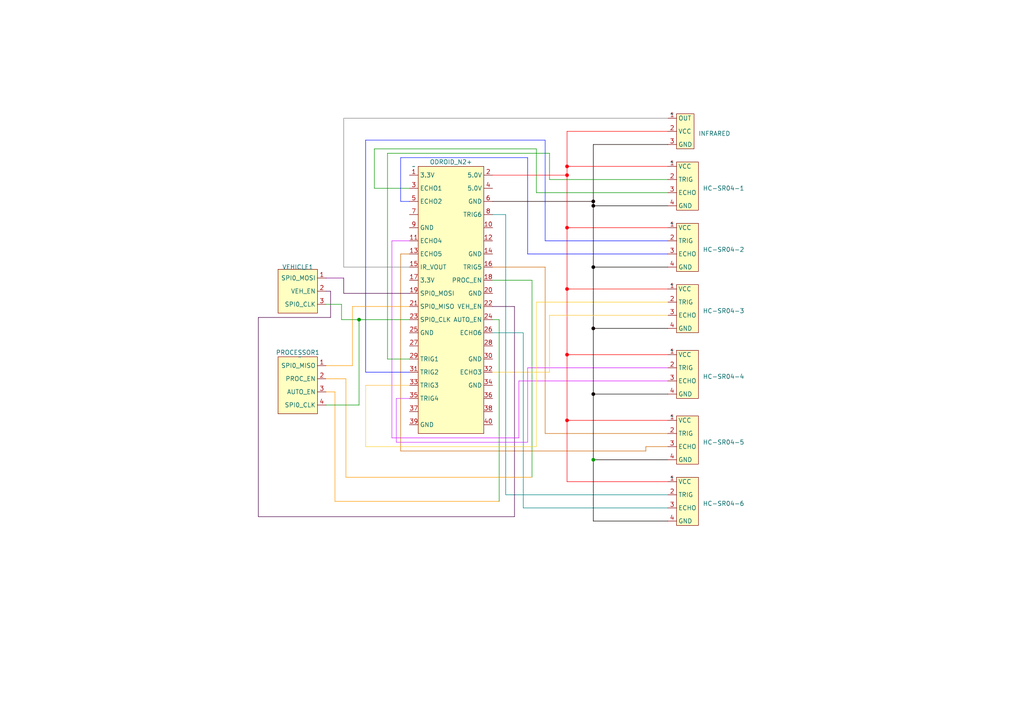
<source format=kicad_sch>
(kicad_sch (version 20230121) (generator eeschema)

  (uuid c90f675d-4afc-4229-a883-b298b033fd4a)

  (paper "A4")

  (lib_symbols
    (symbol "ICS_AVOIDANCE:HC-SR04" (in_bom yes) (on_board yes)
      (property "Reference" "U" (at 0 0 0)
        (effects (font (size 1.27 1.27)))
      )
      (property "Value" "" (at 0 0 0)
        (effects (font (size 1.27 1.27)))
      )
      (property "Footprint" "" (at 0 0 0)
        (effects (font (size 1.27 1.27)) hide)
      )
      (property "Datasheet" "" (at 0 0 0)
        (effects (font (size 1.27 1.27)) hide)
      )
      (symbol "HC-SR04_1_1"
        (rectangle (start 1.27 0) (end 7.62 -13.97)
          (stroke (width 0) (type default))
          (fill (type background))
        )
        (pin input line (at -1.27 -1.27 0) (length 2.54)
          (name "VCC" (effects (font (size 1.27 1.27))))
          (number "1" (effects (font (size 1.27 1.27))))
        )
        (pin input line (at -1.27 -5.08 0) (length 2.54)
          (name "TRIG" (effects (font (size 1.27 1.27))))
          (number "2" (effects (font (size 1.27 1.27))))
        )
        (pin input line (at -1.27 -8.89 0) (length 2.54)
          (name "ECHO" (effects (font (size 1.27 1.27))))
          (number "3" (effects (font (size 1.27 1.27))))
        )
        (pin input line (at -1.27 -12.7 0) (length 2.54)
          (name "GND" (effects (font (size 1.27 1.27))))
          (number "4" (effects (font (size 1.27 1.27))))
        )
      )
    )
    (symbol "ICS_AVOIDANCE:INFRARED" (in_bom yes) (on_board yes)
      (property "Reference" "U" (at 0 0 0)
        (effects (font (size 1.27 1.27)))
      )
      (property "Value" "" (at 0 0 0)
        (effects (font (size 1.27 1.27)))
      )
      (property "Footprint" "" (at 0 0 0)
        (effects (font (size 1.27 1.27)) hide)
      )
      (property "Datasheet" "" (at 0 0 0)
        (effects (font (size 1.27 1.27)) hide)
      )
      (symbol "INFRARED_1_1"
        (rectangle (start 1.27 0) (end 6.35 -10.16)
          (stroke (width 0) (type default))
          (fill (type background))
        )
        (pin input line (at -1.27 -1.27 0) (length 2.54)
          (name "OUT" (effects (font (size 1.27 1.27))))
          (number "1" (effects (font (size 1.27 1.27))))
        )
        (pin input line (at -1.27 -5.08 0) (length 2.54)
          (name "VCC" (effects (font (size 1.27 1.27))))
          (number "2" (effects (font (size 1.27 1.27))))
        )
        (pin input line (at -1.27 -8.89 0) (length 2.54)
          (name "GND" (effects (font (size 1.27 1.27))))
          (number "3" (effects (font (size 1.27 1.27))))
        )
      )
    )
    (symbol "ICS_AVOIDANCE:ODROID" (in_bom yes) (on_board yes)
      (property "Reference" "U" (at -10.16 -3.81 0)
        (effects (font (size 1.27 1.27)))
      )
      (property "Value" "" (at 0 0 0)
        (effects (font (size 1.27 1.27)))
      )
      (property "Footprint" "" (at 0 0 0)
        (effects (font (size 1.27 1.27)) hide)
      )
      (property "Datasheet" "" (at 0 0 0)
        (effects (font (size 1.27 1.27)) hide)
      )
      (symbol "ODROID_1_1"
        (rectangle (start 1.27 0) (end 20.32 -77.47)
          (stroke (width 0) (type default))
          (fill (type background))
        )
        (pin input line (at -1.27 -2.54 0) (length 2.54)
          (name "3.3V" (effects (font (size 1.27 1.27))))
          (number "1" (effects (font (size 1.27 1.27))))
        )
        (pin input line (at 22.86 -17.78 180) (length 2.54)
          (name "" (effects (font (size 1.27 1.27))))
          (number "10" (effects (font (size 1.27 1.27))))
        )
        (pin input line (at -1.27 -21.59 0) (length 2.54)
          (name "ECHO4" (effects (font (size 1.27 1.27))))
          (number "11" (effects (font (size 1.27 1.27))))
        )
        (pin input line (at 22.86 -21.59 180) (length 2.54)
          (name "" (effects (font (size 1.27 1.27))))
          (number "12" (effects (font (size 1.27 1.27))))
        )
        (pin input line (at -1.27 -25.4 0) (length 2.54)
          (name "ECHO5" (effects (font (size 1.27 1.27))))
          (number "13" (effects (font (size 1.27 1.27))))
        )
        (pin input line (at 22.86 -25.4 180) (length 2.54)
          (name "GND" (effects (font (size 1.27 1.27))))
          (number "14" (effects (font (size 1.27 1.27))))
        )
        (pin input line (at -1.27 -29.21 0) (length 2.54)
          (name "IR_VOUT" (effects (font (size 1.27 1.27))))
          (number "15" (effects (font (size 1.27 1.27))))
        )
        (pin input line (at 22.86 -29.21 180) (length 2.54)
          (name "TRIG5" (effects (font (size 1.27 1.27))))
          (number "16" (effects (font (size 1.27 1.27))))
        )
        (pin input line (at -1.27 -33.02 0) (length 2.54)
          (name "3.3V" (effects (font (size 1.27 1.27))))
          (number "17" (effects (font (size 1.27 1.27))))
        )
        (pin input line (at 22.86 -33.02 180) (length 2.54)
          (name "PROC_EN" (effects (font (size 1.27 1.27))))
          (number "18" (effects (font (size 1.27 1.27))))
        )
        (pin input line (at -1.27 -36.83 0) (length 2.54)
          (name "SPI0_MOSI" (effects (font (size 1.27 1.27))))
          (number "19" (effects (font (size 1.27 1.27))))
        )
        (pin input line (at 22.86 -2.54 180) (length 2.54)
          (name "5.0V" (effects (font (size 1.27 1.27))))
          (number "2" (effects (font (size 1.27 1.27))))
        )
        (pin input line (at 22.86 -36.83 180) (length 2.54)
          (name "GND" (effects (font (size 1.27 1.27))))
          (number "20" (effects (font (size 1.27 1.27))))
        )
        (pin input line (at -1.27 -40.64 0) (length 2.54)
          (name "SPI0_MISO" (effects (font (size 1.27 1.27))))
          (number "21" (effects (font (size 1.27 1.27))))
        )
        (pin input line (at 22.86 -40.64 180) (length 2.54)
          (name "VEH_EN" (effects (font (size 1.27 1.27))))
          (number "22" (effects (font (size 1.27 1.27))))
        )
        (pin input line (at -1.27 -44.45 0) (length 2.54)
          (name "SPI0_CLK" (effects (font (size 1.27 1.27))))
          (number "23" (effects (font (size 1.27 1.27))))
        )
        (pin input line (at 22.86 -44.45 180) (length 2.54)
          (name "AUTO_EN" (effects (font (size 1.27 1.27))))
          (number "24" (effects (font (size 1.27 1.27))))
        )
        (pin input line (at -1.27 -48.26 0) (length 2.54)
          (name "GND" (effects (font (size 1.27 1.27))))
          (number "25" (effects (font (size 1.27 1.27))))
        )
        (pin input line (at 22.86 -48.26 180) (length 2.54)
          (name "ECHO6" (effects (font (size 1.27 1.27))))
          (number "26" (effects (font (size 1.27 1.27))))
        )
        (pin input line (at -1.27 -52.07 0) (length 2.54)
          (name "" (effects (font (size 1.27 1.27))))
          (number "27" (effects (font (size 1.27 1.27))))
        )
        (pin input line (at 22.86 -52.07 180) (length 2.54)
          (name "" (effects (font (size 1.27 1.27))))
          (number "28" (effects (font (size 1.27 1.27))))
        )
        (pin input line (at -1.27 -55.88 0) (length 2.54)
          (name "TRIG1" (effects (font (size 1.27 1.27))))
          (number "29" (effects (font (size 1.27 1.27))))
        )
        (pin input line (at -1.27 -6.35 0) (length 2.54)
          (name "ECHO1" (effects (font (size 1.27 1.27))))
          (number "3" (effects (font (size 1.27 1.27))))
        )
        (pin input line (at 22.86 -55.88 180) (length 2.54)
          (name "GND" (effects (font (size 1.27 1.27))))
          (number "30" (effects (font (size 1.27 1.27))))
        )
        (pin input line (at -1.27 -59.69 0) (length 2.54)
          (name "TRIG2" (effects (font (size 1.27 1.27))))
          (number "31" (effects (font (size 1.27 1.27))))
        )
        (pin input line (at 22.86 -59.69 180) (length 2.54)
          (name "ECHO3" (effects (font (size 1.27 1.27))))
          (number "32" (effects (font (size 1.27 1.27))))
        )
        (pin input line (at -1.27 -63.5 0) (length 2.54)
          (name "TRIG3" (effects (font (size 1.27 1.27))))
          (number "33" (effects (font (size 1.27 1.27))))
        )
        (pin input line (at 22.86 -63.5 180) (length 2.54)
          (name "GND" (effects (font (size 1.27 1.27))))
          (number "34" (effects (font (size 1.27 1.27))))
        )
        (pin input line (at -1.27 -67.31 0) (length 2.54)
          (name "TRIG4" (effects (font (size 1.27 1.27))))
          (number "35" (effects (font (size 1.27 1.27))))
        )
        (pin input line (at 22.86 -67.31 180) (length 2.54)
          (name "" (effects (font (size 1.27 1.27))))
          (number "36" (effects (font (size 1.27 1.27))))
        )
        (pin input line (at -1.27 -71.12 0) (length 2.54)
          (name "" (effects (font (size 1.27 1.27))))
          (number "37" (effects (font (size 1.27 1.27))))
        )
        (pin input line (at 22.86 -71.12 180) (length 2.54)
          (name "" (effects (font (size 1.27 1.27))))
          (number "38" (effects (font (size 1.27 1.27))))
        )
        (pin input line (at -1.27 -74.93 0) (length 2.54)
          (name "GND" (effects (font (size 1.27 1.27))))
          (number "39" (effects (font (size 1.27 1.27))))
        )
        (pin input line (at 22.86 -6.35 180) (length 2.54)
          (name "5.0V" (effects (font (size 1.27 1.27))))
          (number "4" (effects (font (size 1.27 1.27))))
        )
        (pin input line (at 22.86 -74.93 180) (length 2.54)
          (name "" (effects (font (size 1.27 1.27))))
          (number "40" (effects (font (size 1.27 1.27))))
        )
        (pin input line (at -1.27 -10.16 0) (length 2.54)
          (name "ECHO2" (effects (font (size 1.27 1.27))))
          (number "5" (effects (font (size 1.27 1.27))))
        )
        (pin input line (at 22.86 -10.16 180) (length 2.54)
          (name "GND" (effects (font (size 1.27 1.27))))
          (number "6" (effects (font (size 1.27 1.27))))
        )
        (pin input line (at -1.27 -13.97 0) (length 2.54)
          (name "" (effects (font (size 1.27 1.27))))
          (number "7" (effects (font (size 1.27 1.27))))
        )
        (pin input line (at 22.86 -13.97 180) (length 2.54)
          (name "TRIG6" (effects (font (size 1.27 1.27))))
          (number "8" (effects (font (size 1.27 1.27))))
        )
        (pin input line (at -1.27 -17.78 0) (length 2.54)
          (name "GND" (effects (font (size 1.27 1.27))))
          (number "9" (effects (font (size 1.27 1.27))))
        )
      )
    )
    (symbol "ICS_AVOIDANCE:PROCESSOR" (in_bom yes) (on_board yes)
      (property "Reference" "PROCESSOR" (at 0 1.27 0)
        (effects (font (size 1.27 1.27)))
      )
      (property "Value" "" (at 0 0 0)
        (effects (font (size 1.27 1.27)))
      )
      (property "Footprint" "" (at 0 0 0)
        (effects (font (size 1.27 1.27)) hide)
      )
      (property "Datasheet" "" (at 0 0 0)
        (effects (font (size 1.27 1.27)) hide)
      )
      (symbol "PROCESSOR_1_1"
        (rectangle (start -6.35 0) (end 5.08 -16.51)
          (stroke (width 0) (type default))
          (fill (type background))
        )
        (pin input line (at 7.62 -2.54 180) (length 2.54)
          (name "SPI0_MISO" (effects (font (size 1.27 1.27))))
          (number "1" (effects (font (size 1.27 1.27))))
        )
        (pin input line (at 7.62 -6.35 180) (length 2.54)
          (name "PROC_EN" (effects (font (size 1.27 1.27))))
          (number "2" (effects (font (size 1.27 1.27))))
        )
        (pin input line (at 7.62 -10.16 180) (length 2.54)
          (name "AUTO_EN" (effects (font (size 1.27 1.27))))
          (number "3" (effects (font (size 1.27 1.27))))
        )
        (pin input line (at 7.62 -13.97 180) (length 2.54)
          (name "SPI0_CLK" (effects (font (size 1.27 1.27))))
          (number "4" (effects (font (size 1.27 1.27))))
        )
      )
    )
    (symbol "ICS_AVOIDANCE:VEHICLE" (in_bom yes) (on_board yes)
      (property "Reference" "VEHICLE" (at -1.27 2.54 0)
        (effects (font (size 1.27 1.27)))
      )
      (property "Value" "" (at 0 0 0)
        (effects (font (size 1.27 1.27)))
      )
      (property "Footprint" "" (at 0 0 0)
        (effects (font (size 1.27 1.27)) hide)
      )
      (property "Datasheet" "" (at 0 0 0)
        (effects (font (size 1.27 1.27)) hide)
      )
      (symbol "VEHICLE_1_1"
        (rectangle (start -7.62 0) (end 3.81 -12.7)
          (stroke (width 0) (type default))
          (fill (type background))
        )
        (pin input line (at 6.35 -2.54 180) (length 2.54)
          (name "SPI0_MOSI" (effects (font (size 1.27 1.27))))
          (number "1" (effects (font (size 1.27 1.27))))
        )
        (pin input line (at 6.35 -6.35 180) (length 2.54)
          (name "VEH_EN" (effects (font (size 1.27 1.27))))
          (number "2" (effects (font (size 1.27 1.27))))
        )
        (pin input line (at 6.35 -10.16 180) (length 2.54)
          (name "SPI0_CLK" (effects (font (size 1.27 1.27))))
          (number "3" (effects (font (size 1.27 1.27))))
        )
      )
    )
  )

  (junction (at 164.465 102.87) (diameter 0) (color 255 0 11 1)
    (uuid 02406cd6-870d-4453-bc85-3b37e2e2f499)
  )
  (junction (at 172.085 133.35) (diameter 0) (color 0 0 0 0)
    (uuid 0c88a6cb-4a78-4282-8129-1240cf00bac4)
  )
  (junction (at 164.465 83.82) (diameter 0) (color 255 0 11 1)
    (uuid 18fae8ca-f868-44fc-b1c7-dea758eb4129)
  )
  (junction (at 164.465 48.26) (diameter 0) (color 255 0 11 1)
    (uuid 2ef7fcbb-6287-4b29-a3e2-07e78ca2a624)
  )
  (junction (at 172.085 95.25) (diameter 0) (color 10 0 0 1)
    (uuid 4fcd1062-07d5-4cfa-8cb6-cf3137d8f182)
  )
  (junction (at 172.085 77.47) (diameter 0) (color 2 0 0 1)
    (uuid 5c333c43-17de-437c-907d-181128d82d92)
  )
  (junction (at 164.465 50.8) (diameter 0) (color 255 0 11 1)
    (uuid 62cc81d4-d94a-4ba4-bf79-3bfe869899d1)
  )
  (junction (at 172.085 58.42) (diameter 0) (color 12 0 0 1)
    (uuid 63c05069-8901-4e5f-b5c7-a10db466bbdf)
  )
  (junction (at 164.465 121.92) (diameter 0) (color 255 0 11 1)
    (uuid 9b0cf5bc-fc4d-4f2d-8381-f5749e334959)
  )
  (junction (at 104.14 92.71) (diameter 0) (color 0 0 0 0)
    (uuid a5926540-4660-4a5c-94ef-0a65138a7709)
  )
  (junction (at 172.085 59.69) (diameter 0) (color 8 0 0 1)
    (uuid af1f7e67-3041-480a-bb0a-df6ae2d40b18)
  )
  (junction (at 164.465 66.04) (diameter 0) (color 255 0 11 1)
    (uuid c191f76f-44f0-4df7-ba6b-5aa955a3ffb8)
  )
  (junction (at 172.085 114.3) (diameter 0) (color 10 0 0 1)
    (uuid e14f5bf1-f0e0-4321-9c32-884ce7b722bc)
  )

  (wire (pts (xy 118.745 92.71) (xy 104.14 92.71))
    (stroke (width 0) (type default))
    (uuid 00dcad8d-254a-44ea-9c0f-72426e15c3dc)
  )
  (wire (pts (xy 172.085 59.69) (xy 193.675 59.69))
    (stroke (width 0) (type default) (color 6 0 0 1))
    (uuid 0305f579-c56f-4b4e-820e-84a5c4ee64cf)
  )
  (wire (pts (xy 108.585 54.61) (xy 108.585 43.18))
    (stroke (width 0) (type default))
    (uuid 032a293d-91da-4686-be0a-9f39bef0aba9)
  )
  (wire (pts (xy 153.035 45.72) (xy 153.035 73.66))
    (stroke (width 0) (type default) (color 14 11 255 1))
    (uuid 05d3fc91-ab66-4690-b1a6-847cda91b40f)
  )
  (wire (pts (xy 94.615 117.475) (xy 104.14 117.475))
    (stroke (width 0) (type default))
    (uuid 0bc107a9-7c36-4e52-a698-a2a4d08977ee)
  )
  (wire (pts (xy 95.885 92.075) (xy 74.93 92.075))
    (stroke (width 0) (type default) (color 72 0 72 1))
    (uuid 0fa5463e-70fa-437b-acb8-702f31dbfb7e)
  )
  (wire (pts (xy 114.935 115.57) (xy 114.935 128.27))
    (stroke (width 0) (type default) (color 206 52 255 1))
    (uuid 0fc85b09-3af1-403d-8002-75b9a0461d12)
  )
  (wire (pts (xy 187.325 130.81) (xy 187.325 129.54))
    (stroke (width 0) (type default) (color 204 102 0 1))
    (uuid 101b116b-958a-46c4-a20c-2aa21e60a71e)
  )
  (wire (pts (xy 149.225 149.86) (xy 149.225 88.9))
    (stroke (width 0) (type default) (color 72 0 72 1))
    (uuid 128ed869-8f9f-4970-9141-5e68712b5349)
  )
  (wire (pts (xy 172.085 58.42) (xy 172.085 59.69))
    (stroke (width 0) (type default) (color 14 0 0 1))
    (uuid 1461939f-b87e-4170-9f30-848f1e1fd33f)
  )
  (wire (pts (xy 118.745 107.95) (xy 106.045 107.95))
    (stroke (width 0) (type default) (color 8 17 255 1))
    (uuid 1897ca37-6448-4c67-bdeb-1518eb2b4686)
  )
  (wire (pts (xy 172.085 77.47) (xy 172.085 95.25))
    (stroke (width 0) (type default) (color 2 0 0 1))
    (uuid 2154118b-4626-4408-9463-39904800f3f2)
  )
  (wire (pts (xy 164.465 66.04) (xy 164.465 50.8))
    (stroke (width 0) (type default) (color 255 0 11 1))
    (uuid 226314a5-51dc-442a-86e6-e751c8a1ddd5)
  )
  (wire (pts (xy 74.93 149.86) (xy 149.225 149.86))
    (stroke (width 0) (type default) (color 72 0 72 1))
    (uuid 2432ca9e-ce55-44a5-8e45-7e6b42c3d352)
  )
  (wire (pts (xy 172.085 133.35) (xy 172.085 151.13))
    (stroke (width 0) (type default) (color 6 0 0 1))
    (uuid 27a12d4f-e271-4ad4-bb0f-be20adbe7ec5)
  )
  (wire (pts (xy 155.575 87.63) (xy 193.675 87.63))
    (stroke (width 0) (type default) (color 255 202 25 1))
    (uuid 28345d00-da9a-4e00-963c-0cf8753d3f4b)
  )
  (wire (pts (xy 149.225 88.9) (xy 142.875 88.9))
    (stroke (width 0) (type default) (color 72 0 72 1))
    (uuid 28ade567-966e-4d8a-b57f-f3acafdfd133)
  )
  (wire (pts (xy 193.675 121.92) (xy 164.465 121.92))
    (stroke (width 0) (type default) (color 255 4 6 1))
    (uuid 295c6c97-bc07-4cf9-aaf8-518c92aaa6dd)
  )
  (wire (pts (xy 142.875 77.47) (xy 158.115 77.47))
    (stroke (width 0) (type default) (color 204 102 0 1))
    (uuid 29663c68-7d3e-4f26-bbc2-1392ae269f46)
  )
  (wire (pts (xy 99.06 92.71) (xy 99.06 88.265))
    (stroke (width 0) (type default))
    (uuid 2a5c9dc1-b142-4557-8cc1-41ebb9cbcb24)
  )
  (wire (pts (xy 164.465 121.92) (xy 164.465 102.87))
    (stroke (width 0) (type default) (color 255 0 11 1))
    (uuid 326c658b-3b2c-467f-8cb6-cdc33b581b48)
  )
  (wire (pts (xy 94.615 113.665) (xy 97.155 113.665))
    (stroke (width 0) (type default) (color 255 153 0 1))
    (uuid 3b906259-4d59-482c-9619-5d2a00ecebc3)
  )
  (wire (pts (xy 113.665 127) (xy 150.495 127))
    (stroke (width 0) (type default) (color 212 17 255 1))
    (uuid 3c2c8412-e82e-4866-9125-33c17a314ef9)
  )
  (wire (pts (xy 106.045 129.54) (xy 155.575 129.54))
    (stroke (width 0) (type default) (color 255 209 49 1))
    (uuid 3e457a2d-3fc7-4175-b75c-3c2c4b8e0690)
  )
  (wire (pts (xy 116.205 58.42) (xy 116.205 45.72))
    (stroke (width 0) (type default) (color 16 30 255 1))
    (uuid 40ffe13a-3fb3-426c-8aa6-48f9917952fc)
  )
  (wire (pts (xy 108.585 43.18) (xy 155.575 43.18))
    (stroke (width 0) (type default))
    (uuid 41fcab9a-8a74-44ae-ad2e-e05475a9849f)
  )
  (wire (pts (xy 155.575 129.54) (xy 155.575 87.63))
    (stroke (width 0) (type default) (color 255 213 55 1))
    (uuid 445aba13-bad6-4182-b9e5-58c019bac32a)
  )
  (wire (pts (xy 106.045 111.76) (xy 118.745 111.76))
    (stroke (width 0) (type default) (color 255 190 64 1))
    (uuid 44e6a44e-9679-4033-b5f1-e45f8b31adbf)
  )
  (wire (pts (xy 164.465 83.82) (xy 164.465 66.04))
    (stroke (width 0) (type default) (color 255 0 11 1))
    (uuid 45e2f1a9-57d6-4b07-84e5-9b5d81994793)
  )
  (wire (pts (xy 118.745 58.42) (xy 116.205 58.42))
    (stroke (width 0) (type default) (color 10 29 255 1))
    (uuid 46fd6e30-e53d-4575-81b4-64e6f6807b37)
  )
  (wire (pts (xy 142.875 62.23) (xy 146.685 62.23))
    (stroke (width 0) (type default) (color 0 132 132 1))
    (uuid 481598bd-bc9e-41a9-b321-48a072a6b3d2)
  )
  (wire (pts (xy 144.78 145.415) (xy 144.78 92.71))
    (stroke (width 0) (type default))
    (uuid 4ba9ecfa-8e3f-4ad4-92b2-91c3a0d02e47)
  )
  (wire (pts (xy 164.465 48.26) (xy 193.675 48.26))
    (stroke (width 0) (type default) (color 255 6 4 1))
    (uuid 4bb1fdc7-870b-4ab3-bfe1-8595a191a515)
  )
  (wire (pts (xy 142.875 92.71) (xy 144.78 92.71))
    (stroke (width 0) (type default))
    (uuid 4c01a062-29d7-495b-a677-a688353bb12b)
  )
  (wire (pts (xy 153.035 106.68) (xy 153.035 128.27))
    (stroke (width 0) (type default) (color 216 33 255 1))
    (uuid 4f45b380-40c2-405b-9821-412bc704736b)
  )
  (wire (pts (xy 151.765 96.52) (xy 142.875 96.52))
    (stroke (width 0) (type default) (color 0 132 132 1))
    (uuid 503385c2-ab3a-48b6-af61-e3c00239461a)
  )
  (wire (pts (xy 95.885 84.455) (xy 95.885 92.075))
    (stroke (width 0) (type default) (color 72 0 72 1))
    (uuid 50ff3073-6815-4218-9f8d-12b1f98847ac)
  )
  (wire (pts (xy 116.205 45.72) (xy 153.035 45.72))
    (stroke (width 0) (type default) (color 10 39 255 1))
    (uuid 51436c0f-5276-4213-a541-7aeb665dfa8b)
  )
  (wire (pts (xy 155.575 43.18) (xy 155.575 55.88))
    (stroke (width 0) (type default))
    (uuid 51e14cc7-e54b-4376-a57f-d483403fa0a3)
  )
  (wire (pts (xy 172.085 114.3) (xy 172.085 133.35))
    (stroke (width 0) (type default) (color 8 0 0 1))
    (uuid 527a25e1-fba3-42e4-b867-0d181304980c)
  )
  (wire (pts (xy 159.385 52.07) (xy 193.675 52.07))
    (stroke (width 0) (type default))
    (uuid 5305a956-b15d-4187-a383-a5c666b61d36)
  )
  (wire (pts (xy 97.155 145.415) (xy 144.78 145.415))
    (stroke (width 0) (type default) (color 255 153 0 1))
    (uuid 535d2cd1-5b24-4101-a4eb-e6e5e7226471)
  )
  (wire (pts (xy 114.935 128.27) (xy 153.035 128.27))
    (stroke (width 0) (type default) (color 206 41 255 1))
    (uuid 564b9034-db06-4513-9a14-0acabc0d6517)
  )
  (wire (pts (xy 116.205 73.66) (xy 116.205 130.81))
    (stroke (width 0) (type default) (color 204 102 0 1))
    (uuid 5b8b0ffb-fe70-432d-8492-cbcf32eeb8e7)
  )
  (wire (pts (xy 150.495 110.49) (xy 193.675 110.49))
    (stroke (width 0) (type default) (color 221 15 255 1))
    (uuid 5ced9cdf-2db6-416d-b614-46bcb825180a)
  )
  (wire (pts (xy 154.305 81.28) (xy 142.875 81.28))
    (stroke (width 0) (type default))
    (uuid 5d1bf54c-b421-4fdc-83e5-f84ccefb0d7b)
  )
  (wire (pts (xy 164.465 38.1) (xy 164.465 48.26))
    (stroke (width 0) (type default) (color 255 0 11 1))
    (uuid 5ff5bc3a-d792-49b4-9c99-b2372d219dd8)
  )
  (wire (pts (xy 106.045 107.95) (xy 106.045 40.64))
    (stroke (width 0) (type default) (color 9 12 255 1))
    (uuid 61dd91d9-3ef2-4a3b-aad1-edf078a57521)
  )
  (wire (pts (xy 158.115 40.64) (xy 158.115 69.85))
    (stroke (width 0) (type default) (color 8 37 255 1))
    (uuid 6726d563-6f45-42ae-8092-b70194d5afde)
  )
  (wire (pts (xy 151.765 147.32) (xy 151.765 96.52))
    (stroke (width 0) (type default) (color 0 132 132 1))
    (uuid 6f7688da-bbff-4c60-83f4-695b4c283cac)
  )
  (wire (pts (xy 94.615 84.455) (xy 95.885 84.455))
    (stroke (width 0) (type default) (color 72 0 72 1))
    (uuid 71bb5f47-6627-4efc-ba3f-bc06b55e4a04)
  )
  (wire (pts (xy 193.675 102.87) (xy 164.465 102.87))
    (stroke (width 0) (type default) (color 255 0 0 1))
    (uuid 741bfb0e-40ac-4c51-8a56-71bb26dfcc3f)
  )
  (wire (pts (xy 97.155 113.665) (xy 97.155 145.415))
    (stroke (width 0) (type default) (color 255 153 0 1))
    (uuid 75d75587-9916-43c2-aba8-8809d8eae421)
  )
  (wire (pts (xy 158.115 77.47) (xy 158.115 125.73))
    (stroke (width 0) (type default) (color 204 102 0 1))
    (uuid 75fad402-c5f2-4ca5-878a-f474d7af9288)
  )
  (wire (pts (xy 150.495 110.49) (xy 150.495 127))
    (stroke (width 0) (type default) (color 230 25 255 1))
    (uuid 7610313b-e5aa-4c70-8471-3484458e994f)
  )
  (wire (pts (xy 164.465 102.87) (xy 164.465 83.82))
    (stroke (width 0) (type default) (color 255 0 11 1))
    (uuid 779c1eb1-b392-43ea-ab1c-62aac63d2994)
  )
  (wire (pts (xy 172.085 77.47) (xy 193.675 77.47))
    (stroke (width 0) (type default) (color 12 0 0 1))
    (uuid 78bb4d0f-195d-4dd7-b2b4-b85ab9f06e0c)
  )
  (wire (pts (xy 164.465 50.8) (xy 164.465 48.26))
    (stroke (width 0) (type default) (color 255 0 11 1))
    (uuid 79a40cd1-cc21-48ec-a1b2-e4ca939d3f6a)
  )
  (wire (pts (xy 193.675 83.82) (xy 164.465 83.82))
    (stroke (width 0) (type default) (color 255 19 8 1))
    (uuid 7b814843-5aeb-43bb-bf55-dec9e3971f87)
  )
  (wire (pts (xy 113.665 69.85) (xy 113.665 127))
    (stroke (width 0) (type default) (color 216 33 255 1))
    (uuid 7dc07aa9-caf9-4da2-b13d-9084298e8679)
  )
  (wire (pts (xy 112.395 44.45) (xy 159.385 44.45))
    (stroke (width 0) (type default))
    (uuid 7f74763c-d323-4495-88ca-30950bc2d48f)
  )
  (wire (pts (xy 74.93 92.075) (xy 74.93 149.86))
    (stroke (width 0) (type default) (color 72 0 72 1))
    (uuid 8369b05a-9e47-4b68-8e01-c7b9a9c63d76)
  )
  (wire (pts (xy 118.745 88.9) (xy 102.235 88.9))
    (stroke (width 0) (type default) (color 255 153 0 1))
    (uuid 8407bcf7-02e3-4e6e-98fd-bc51f1f2fda3)
  )
  (wire (pts (xy 142.875 107.95) (xy 159.385 107.95))
    (stroke (width 0) (type default) (color 255 200 58 1))
    (uuid 86c2dbc6-88c6-4e57-bf69-10def53c07e3)
  )
  (wire (pts (xy 94.615 109.855) (xy 100.33 109.855))
    (stroke (width 0) (type default) (color 255 153 0 1))
    (uuid 8a0879eb-f19d-45b9-b56c-17508c0a4b94)
  )
  (wire (pts (xy 153.035 106.68) (xy 193.675 106.68))
    (stroke (width 0) (type default) (color 211 15 255 1))
    (uuid 90f0be2b-a1c6-44ea-bd67-b3eb1516c944)
  )
  (wire (pts (xy 164.465 139.7) (xy 164.465 121.92))
    (stroke (width 0) (type default) (color 255 0 11 1))
    (uuid 91087415-8165-4e6b-a9bd-e51cbe628642)
  )
  (wire (pts (xy 99.695 85.09) (xy 118.745 85.09))
    (stroke (width 0) (type default) (color 72 0 72 1))
    (uuid 94e9b0cc-37b7-493e-a5ae-b5db37ca397b)
  )
  (wire (pts (xy 118.745 115.57) (xy 114.935 115.57))
    (stroke (width 0) (type default) (color 208 49 255 1))
    (uuid 97224e5f-7c1f-45e1-8fa8-bfa8720c9669)
  )
  (wire (pts (xy 142.875 58.42) (xy 172.085 58.42))
    (stroke (width 0) (type default) (color 36 0 0 1))
    (uuid 984ebfee-fa10-4dd6-b038-b5dea476efbb)
  )
  (wire (pts (xy 102.235 106.045) (xy 94.615 106.045))
    (stroke (width 0) (type default) (color 255 153 0 1))
    (uuid 9d1efacb-e2ce-4e61-88c7-4b55731fc32d)
  )
  (wire (pts (xy 146.685 143.51) (xy 193.675 143.51))
    (stroke (width 0) (type default) (color 0 132 132 1))
    (uuid 9dd41959-b50d-45f4-8717-a9cfde11c4f0)
  )
  (wire (pts (xy 94.615 80.645) (xy 99.695 80.645))
    (stroke (width 0) (type default) (color 132 0 132 1))
    (uuid 9e018770-48fe-4061-83a8-4f016c6a6798)
  )
  (wire (pts (xy 187.325 129.54) (xy 193.675 129.54))
    (stroke (width 0) (type default) (color 204 102 0 1))
    (uuid a38b7701-9914-4faf-82a6-d2c3af9130dd)
  )
  (wire (pts (xy 172.085 95.25) (xy 172.085 114.3))
    (stroke (width 0) (type default) (color 4 0 0 1))
    (uuid a40d3123-620f-47a3-a7b8-ede3908f58aa)
  )
  (wire (pts (xy 172.085 41.91) (xy 193.675 41.91))
    (stroke (width 0) (type default) (color 20 0 0 1))
    (uuid a43db304-6045-4384-8177-29339aba3a29)
  )
  (wire (pts (xy 106.045 40.64) (xy 158.115 40.64))
    (stroke (width 0) (type default) (color 12 21 255 1))
    (uuid a4b5ef77-382c-4048-8f1e-03037aa11b72)
  )
  (wire (pts (xy 146.685 62.23) (xy 146.685 143.51))
    (stroke (width 0) (type default) (color 0 132 132 1))
    (uuid a67a25a2-848f-4e15-bafd-cd16af773b10)
  )
  (wire (pts (xy 100.33 109.855) (xy 100.33 138.43))
    (stroke (width 0) (type default) (color 255 153 0 1))
    (uuid b4cc8ae0-6111-42db-80a5-260b38732d8d)
  )
  (wire (pts (xy 193.675 38.1) (xy 164.465 38.1))
    (stroke (width 0) (type default) (color 255 8 2 1))
    (uuid b72f8268-b99c-450c-b2a7-7e20ebb7a1b1)
  )
  (wire (pts (xy 172.085 95.25) (xy 193.675 95.25))
    (stroke (width 0) (type default) (color 6 0 0 1))
    (uuid ba65adf2-7561-4edb-b344-15f1ba2a4689)
  )
  (wire (pts (xy 153.035 73.66) (xy 193.675 73.66))
    (stroke (width 0) (type default) (color 9 9 255 1))
    (uuid baf601e9-fefb-4fa8-a14a-0358ebcd69c1)
  )
  (wire (pts (xy 112.395 104.14) (xy 112.395 44.45))
    (stroke (width 0) (type default))
    (uuid bea4b857-dc88-4aad-a08e-8bb844b042c8)
  )
  (wire (pts (xy 118.745 54.61) (xy 108.585 54.61))
    (stroke (width 0) (type default))
    (uuid beebfab3-ae6f-4040-bea0-79442db987ba)
  )
  (wire (pts (xy 106.045 111.76) (xy 106.045 129.54))
    (stroke (width 0) (type default) (color 255 206 54 1))
    (uuid c1c55da8-32dd-4998-9879-03b6b7082ebf)
  )
  (wire (pts (xy 154.305 138.43) (xy 154.305 81.28))
    (stroke (width 0) (type default))
    (uuid c289f3ea-ccc0-4f59-8c0c-8e39ecd14f1f)
  )
  (wire (pts (xy 142.875 50.8) (xy 164.465 50.8))
    (stroke (width 0) (type default) (color 255 14 20 1))
    (uuid c3487dd4-ab0b-4d02-b03f-e91e9594a594)
  )
  (wire (pts (xy 116.205 130.81) (xy 187.325 130.81))
    (stroke (width 0) (type default) (color 204 102 0 1))
    (uuid c3f97af3-2a79-4f71-91db-849bc7b608a6)
  )
  (wire (pts (xy 172.085 58.42) (xy 172.085 41.91))
    (stroke (width 0) (type default) (color 16 0 0 1))
    (uuid c4e82e7c-ee82-4975-92ab-834ebc665ec4)
  )
  (wire (pts (xy 193.675 139.7) (xy 164.465 139.7))
    (stroke (width 0) (type default) (color 255 2 6 1))
    (uuid c8bdc1b9-dcc4-430a-8ca1-9f0be49136fa)
  )
  (wire (pts (xy 118.745 73.66) (xy 116.205 73.66))
    (stroke (width 0) (type default) (color 204 102 0 1))
    (uuid c9533888-89a6-4427-997a-9c952f67718b)
  )
  (wire (pts (xy 118.745 104.14) (xy 112.395 104.14))
    (stroke (width 0) (type default))
    (uuid ca2e2db1-549d-4a8f-b878-55a4147dd2e5)
  )
  (wire (pts (xy 158.115 69.85) (xy 193.675 69.85))
    (stroke (width 0) (type default) (color 8 17 255 1))
    (uuid cb68a37b-2269-4a71-ad54-42ae401f000a)
  )
  (wire (pts (xy 99.06 88.265) (xy 94.615 88.265))
    (stroke (width 0) (type default))
    (uuid d1c6894f-dfe1-49c7-9aad-9ab32c6ce537)
  )
  (wire (pts (xy 104.14 117.475) (xy 104.14 92.71))
    (stroke (width 0) (type default))
    (uuid d24a2216-7e81-412b-ade4-d64904a2aac5)
  )
  (wire (pts (xy 104.14 92.71) (xy 99.06 92.71))
    (stroke (width 0) (type default))
    (uuid d609766b-1c45-4df6-8c13-b85bd3259f1f)
  )
  (wire (pts (xy 159.385 107.95) (xy 159.385 91.44))
    (stroke (width 0) (type default) (color 255 187 64 1))
    (uuid d6d050b6-4381-4a0b-a1fe-5514db498047)
  )
  (wire (pts (xy 172.085 114.3) (xy 193.675 114.3))
    (stroke (width 0) (type default) (color 6 0 0 1))
    (uuid d9b74f82-a993-427a-8e18-9ed4a2c610e4)
  )
  (wire (pts (xy 99.695 34.29) (xy 99.695 77.47))
    (stroke (width 0) (type default) (color 132 132 132 1))
    (uuid db34305e-fda0-42b6-b6ed-4909061f535b)
  )
  (wire (pts (xy 102.235 88.9) (xy 102.235 106.045))
    (stroke (width 0) (type default) (color 255 153 0 1))
    (uuid df1ba451-d49e-4ec7-88b9-28154fd65777)
  )
  (wire (pts (xy 193.675 147.32) (xy 151.765 147.32))
    (stroke (width 0) (type default) (color 0 132 132 1))
    (uuid e008461a-093a-4af4-9e8b-014b32c7aea7)
  )
  (wire (pts (xy 99.695 77.47) (xy 118.745 77.47))
    (stroke (width 0) (type default) (color 132 132 132 1))
    (uuid e5b370c3-113f-48dd-a6a9-0c0991029079)
  )
  (wire (pts (xy 172.085 151.13) (xy 193.675 151.13))
    (stroke (width 0) (type default) (color 10 0 0 1))
    (uuid ebec1ede-129d-41f3-ba1a-eb8bcf6dc7d2)
  )
  (wire (pts (xy 159.385 91.44) (xy 193.675 91.44))
    (stroke (width 0) (type default) (color 255 199 63 1))
    (uuid efa7e35a-cbf4-431c-a404-925cb2ba5583)
  )
  (wire (pts (xy 100.33 138.43) (xy 154.305 138.43))
    (stroke (width 0) (type default) (color 255 153 0 1))
    (uuid f7e757b3-5058-4760-ba14-7380656265bf)
  )
  (wire (pts (xy 155.575 55.88) (xy 193.675 55.88))
    (stroke (width 0) (type default))
    (uuid f7f3aa64-334b-4b24-bc2e-75753e333d45)
  )
  (wire (pts (xy 158.115 125.73) (xy 193.675 125.73))
    (stroke (width 0) (type default) (color 204 102 0 1))
    (uuid f813d46f-496c-494d-a5aa-4025a2e392fc)
  )
  (wire (pts (xy 193.675 66.04) (xy 164.465 66.04))
    (stroke (width 0) (type default) (color 255 6 4 1))
    (uuid facdf947-e79c-4ca7-9447-c4383a7fb313)
  )
  (wire (pts (xy 172.085 133.35) (xy 193.675 133.35))
    (stroke (width 0) (type default) (color 14 0 0 1))
    (uuid fb45d226-c6cf-435b-b9fd-04ea4dd26e9f)
  )
  (wire (pts (xy 193.675 34.29) (xy 99.695 34.29))
    (stroke (width 0) (type default) (color 132 132 132 1))
    (uuid fbab58c6-9236-4cd4-adf5-41295f7bfc24)
  )
  (wire (pts (xy 159.385 44.45) (xy 159.385 52.07))
    (stroke (width 0) (type default))
    (uuid fbbfc8fd-ea50-4423-9f81-95ca15cf387b)
  )
  (wire (pts (xy 99.695 80.645) (xy 99.695 85.09))
    (stroke (width 0) (type default) (color 72 0 72 1))
    (uuid fc9d0852-dcdf-4214-aaef-095d41e4dfab)
  )
  (wire (pts (xy 118.745 69.85) (xy 113.665 69.85))
    (stroke (width 0) (type default) (color 213 23 255 1))
    (uuid fd446f22-2174-483c-9c82-6640a5840a0b)
  )
  (wire (pts (xy 172.085 59.69) (xy 172.085 77.47))
    (stroke (width 0) (type default) (color 16 0 0 1))
    (uuid fdcbeb71-2d86-4562-9a84-a01f0add7ea4)
  )

  (symbol (lib_id "ICS_AVOIDANCE:HC-SR04") (at 194.945 82.55 0) (unit 1)
    (in_bom yes) (on_board yes) (dnp no) (fields_autoplaced)
    (uuid 0f2d2112-d36e-470f-a79d-e97018b780af)
    (property "Reference" "HC-SR04-3" (at 203.835 90.17 0)
      (effects (font (size 1.27 1.27)) (justify left))
    )
    (property "Value" "~" (at 194.945 82.55 0)
      (effects (font (size 1.27 1.27)))
    )
    (property "Footprint" "" (at 194.945 82.55 0)
      (effects (font (size 1.27 1.27)) hide)
    )
    (property "Datasheet" "" (at 194.945 82.55 0)
      (effects (font (size 1.27 1.27)) hide)
    )
    (pin "1" (uuid 817a6aaa-f8c0-4f02-9fe5-c924d4ee3b7b))
    (pin "2" (uuid 90b0b23a-9a15-448a-8a3e-7acc1e1c80bc))
    (pin "3" (uuid 8f0e4773-b9ad-40af-bb2d-fb4022b7dc23))
    (pin "4" (uuid d5e715f2-faef-4908-9768-b886783df250))
    (instances
      (project "ICS_AVOIDANCE_HARDWARE"
        (path "/c90f675d-4afc-4229-a883-b298b033fd4a"
          (reference "HC-SR04-3") (unit 1)
        )
      )
    )
  )

  (symbol (lib_id "ICS_AVOIDANCE:HC-SR04") (at 194.945 120.65 0) (unit 1)
    (in_bom yes) (on_board yes) (dnp no) (fields_autoplaced)
    (uuid 140bca35-67b7-4276-a2ae-42c0a6821f8c)
    (property "Reference" "HC-SR04-5" (at 203.835 128.27 0)
      (effects (font (size 1.27 1.27)) (justify left))
    )
    (property "Value" "~" (at 194.945 120.65 0)
      (effects (font (size 1.27 1.27)))
    )
    (property "Footprint" "" (at 194.945 120.65 0)
      (effects (font (size 1.27 1.27)) hide)
    )
    (property "Datasheet" "" (at 194.945 120.65 0)
      (effects (font (size 1.27 1.27)) hide)
    )
    (pin "1" (uuid 08ac1e00-c7e3-4166-9aad-f3365379d05d))
    (pin "2" (uuid 216d9809-002d-4666-8e91-3639747d62a3))
    (pin "3" (uuid d5b9fe76-7eed-45e1-828f-4df80c784569))
    (pin "4" (uuid 1125729d-f596-4f50-b257-97b00de143f9))
    (instances
      (project "ICS_AVOIDANCE_HARDWARE"
        (path "/c90f675d-4afc-4229-a883-b298b033fd4a"
          (reference "HC-SR04-5") (unit 1)
        )
      )
    )
  )

  (symbol (lib_id "ICS_AVOIDANCE:HC-SR04") (at 194.945 138.43 0) (unit 1)
    (in_bom yes) (on_board yes) (dnp no) (fields_autoplaced)
    (uuid 194861a0-5591-4b2b-896d-c660211b24cf)
    (property "Reference" "HC-SR04-6" (at 203.835 146.05 0)
      (effects (font (size 1.27 1.27)) (justify left))
    )
    (property "Value" "~" (at 194.945 138.43 0)
      (effects (font (size 1.27 1.27)))
    )
    (property "Footprint" "" (at 194.945 138.43 0)
      (effects (font (size 1.27 1.27)) hide)
    )
    (property "Datasheet" "" (at 194.945 138.43 0)
      (effects (font (size 1.27 1.27)) hide)
    )
    (pin "1" (uuid 1980465e-ee05-41b6-841e-d5dd71c411d1))
    (pin "2" (uuid 74713bfe-6a34-4796-97d8-b0f92a0a9932))
    (pin "3" (uuid 6bfde145-ecad-4bf6-9f87-95458aeea5e2))
    (pin "4" (uuid 257f3b7d-542a-48ea-935d-74e0602cce12))
    (instances
      (project "ICS_AVOIDANCE_HARDWARE"
        (path "/c90f675d-4afc-4229-a883-b298b033fd4a"
          (reference "HC-SR04-6") (unit 1)
        )
      )
    )
  )

  (symbol (lib_id "ICS_AVOIDANCE:PROCESSOR") (at 86.995 103.505 0) (unit 1)
    (in_bom yes) (on_board yes) (dnp no) (fields_autoplaced)
    (uuid 196963d4-2761-440e-9857-d542f20665dd)
    (property "Reference" "PROCESSOR1" (at 86.36 102.235 0)
      (effects (font (size 1.27 1.27)))
    )
    (property "Value" "~" (at 86.995 103.505 0)
      (effects (font (size 1.27 1.27)))
    )
    (property "Footprint" "" (at 86.995 103.505 0)
      (effects (font (size 1.27 1.27)) hide)
    )
    (property "Datasheet" "" (at 86.995 103.505 0)
      (effects (font (size 1.27 1.27)) hide)
    )
    (pin "1" (uuid 9c429b05-3706-41bc-9b68-8c00d497a00f))
    (pin "2" (uuid 50ca9e62-5113-4490-9abf-5a398007e4c5))
    (pin "3" (uuid 4dd7e443-17ce-4165-b0f0-27fefedf478c))
    (pin "4" (uuid 9bc14455-49b8-458a-b990-bf0af77833f6))
    (instances
      (project "ICS_AVOIDANCE_HARDWARE"
        (path "/c90f675d-4afc-4229-a883-b298b033fd4a"
          (reference "PROCESSOR1") (unit 1)
        )
      )
    )
  )

  (symbol (lib_id "ICS_AVOIDANCE:ODROID") (at 120.015 48.26 0) (unit 1)
    (in_bom yes) (on_board yes) (dnp no) (fields_autoplaced)
    (uuid 4a2883f1-d6c6-4d14-918b-aab03d7580b6)
    (property "Reference" "ODROID_N2+" (at 130.81 46.99 0)
      (effects (font (size 1.27 1.27)))
    )
    (property "Value" "~" (at 120.015 48.26 0)
      (effects (font (size 1.27 1.27)))
    )
    (property "Footprint" "" (at 120.015 48.26 0)
      (effects (font (size 1.27 1.27)) hide)
    )
    (property "Datasheet" "" (at 120.015 48.26 0)
      (effects (font (size 1.27 1.27)) hide)
    )
    (pin "1" (uuid d34998d8-33fd-430a-bbd4-7c09b67e0795))
    (pin "10" (uuid f05d12d5-b48b-41f7-8a91-7c18b802e514))
    (pin "11" (uuid dde1c45d-0924-478d-ab66-c2ab5dac83e6))
    (pin "12" (uuid 65846f43-cb2b-4a5b-b08a-bb8da2e310e5))
    (pin "13" (uuid 2fa17c58-52c6-4d5d-9930-1b4d8fe35834))
    (pin "14" (uuid 8878951a-c44c-48ec-9aab-ce547a72e2e3))
    (pin "15" (uuid a5e9c765-ffd3-482b-84ad-007de04256e4))
    (pin "16" (uuid 896992d8-e164-4f05-abbd-b9ab9ecd23c6))
    (pin "17" (uuid f4696e77-bbf6-43d0-a069-12f80ad11746))
    (pin "18" (uuid d71e9447-403f-48c9-9882-8de64ece0252))
    (pin "19" (uuid 3902983e-d012-4a78-af93-434976dd092c))
    (pin "2" (uuid cb260f7d-6b31-4e9e-9498-de6f4de1f493))
    (pin "20" (uuid 94605f95-b469-4359-975b-bfae6c4c8ca1))
    (pin "21" (uuid 7ceec9eb-5449-4ee1-b9b4-78df647fefe4))
    (pin "22" (uuid 72ba269b-6185-4853-8e08-44ee946e5353))
    (pin "23" (uuid 9a378766-9cf0-4e77-9e61-b66c778dbee8))
    (pin "24" (uuid 20187cb0-83a7-44aa-b80e-319bae7e365c))
    (pin "25" (uuid 0910cdff-10a6-48f8-b09f-9b7bc4ceb8ac))
    (pin "26" (uuid 5a18aea3-a185-408e-9649-83ced729c835))
    (pin "27" (uuid 635d35c8-00a4-43df-9516-f5f54864c8ba))
    (pin "28" (uuid 066f171a-c184-449a-8624-c684c0b3f861))
    (pin "29" (uuid 8a94e6f8-9a61-4562-980f-58ff0550d366))
    (pin "3" (uuid 84d5bc7d-2c98-4cbe-abc0-aa072132276a))
    (pin "30" (uuid 197d59df-061b-4cfa-a81f-bedd9a81b8ae))
    (pin "31" (uuid 0d396d41-bd3d-490b-a8e9-6252037ee675))
    (pin "32" (uuid a4be7803-74c7-43c4-93ae-63bdd3b15c24))
    (pin "33" (uuid 0e462194-620f-4993-8483-be281bad9ff4))
    (pin "34" (uuid 3876ea6b-cb64-4de1-ad57-528e33554e1d))
    (pin "35" (uuid ec94bea0-efab-4637-9528-54a365fe3940))
    (pin "36" (uuid 5ab4c93b-c24d-4f49-96c4-c3303b0187a6))
    (pin "37" (uuid 99c99059-88bb-4afc-8864-7ec88033606b))
    (pin "38" (uuid c3fe9882-abb1-464b-8fda-fcf02b8df63a))
    (pin "39" (uuid a7cd47c3-dc48-4270-bdbc-25e4b84fc482))
    (pin "4" (uuid 89176f9c-8215-492e-a221-e3d71371f120))
    (pin "40" (uuid e136ca62-c6c2-4272-b283-8f045be37540))
    (pin "5" (uuid 1ffcd511-ce91-4def-bfdb-f492dd1fefb1))
    (pin "6" (uuid 90fd79f0-7299-426a-b6b1-67f3e6658a0c))
    (pin "7" (uuid 6e719186-ce5b-438b-9a58-9f949f3dd9c5))
    (pin "8" (uuid e65ffe8f-b76b-430c-b821-a51bd59bc75c))
    (pin "9" (uuid c2cce18a-48ac-496f-a164-2b83b22966b3))
    (instances
      (project "ICS_AVOIDANCE_HARDWARE"
        (path "/c90f675d-4afc-4229-a883-b298b033fd4a"
          (reference "ODROID_N2+") (unit 1)
        )
      )
    )
  )

  (symbol (lib_id "ICS_AVOIDANCE:HC-SR04") (at 194.945 46.99 0) (unit 1)
    (in_bom yes) (on_board yes) (dnp no) (fields_autoplaced)
    (uuid 5b944790-1f43-4bd4-89f5-a3add1dabba3)
    (property "Reference" "HC-SR04-1" (at 203.835 54.61 0)
      (effects (font (size 1.27 1.27)) (justify left))
    )
    (property "Value" "~" (at 194.945 46.99 0)
      (effects (font (size 1.27 1.27)))
    )
    (property "Footprint" "" (at 194.945 46.99 0)
      (effects (font (size 1.27 1.27)) hide)
    )
    (property "Datasheet" "" (at 194.945 46.99 0)
      (effects (font (size 1.27 1.27)) hide)
    )
    (pin "1" (uuid a5904ca8-6e1d-4df7-980a-0154dbfa54c0))
    (pin "2" (uuid 8e900026-654e-4cef-93d3-c6622cc3d644))
    (pin "3" (uuid f5ab5fd7-37b9-4e10-82e7-983abb766dd6))
    (pin "4" (uuid 10fa020a-e2af-45ff-b0f3-06ef09188119))
    (instances
      (project "ICS_AVOIDANCE_HARDWARE"
        (path "/c90f675d-4afc-4229-a883-b298b033fd4a"
          (reference "HC-SR04-1") (unit 1)
        )
      )
    )
  )

  (symbol (lib_id "ICS_AVOIDANCE:VEHICLE") (at 88.265 78.105 0) (unit 1)
    (in_bom yes) (on_board yes) (dnp no) (fields_autoplaced)
    (uuid 6add8b81-36f0-4274-ba1c-75ff09a1c372)
    (property "Reference" "VEHICLE1" (at 86.36 77.47 0)
      (effects (font (size 1.27 1.27)))
    )
    (property "Value" "~" (at 88.265 78.105 0)
      (effects (font (size 1.27 1.27)))
    )
    (property "Footprint" "" (at 88.265 78.105 0)
      (effects (font (size 1.27 1.27)) hide)
    )
    (property "Datasheet" "" (at 88.265 78.105 0)
      (effects (font (size 1.27 1.27)) hide)
    )
    (pin "1" (uuid 49379d0c-005e-48ad-87c0-402066a5c4b4))
    (pin "2" (uuid 57478433-2608-4fbb-af49-3540bb2d4dfa))
    (pin "3" (uuid 0054e4ae-7aca-4551-b001-c8fc5c3d2baa))
    (instances
      (project "ICS_AVOIDANCE_HARDWARE"
        (path "/c90f675d-4afc-4229-a883-b298b033fd4a"
          (reference "VEHICLE1") (unit 1)
        )
      )
    )
  )

  (symbol (lib_id "ICS_AVOIDANCE:INFRARED") (at 194.945 33.02 0) (unit 1)
    (in_bom yes) (on_board yes) (dnp no) (fields_autoplaced)
    (uuid 8f2018b2-535c-4c10-81ad-0676061c2585)
    (property "Reference" "INFRARED" (at 202.565 38.735 0)
      (effects (font (size 1.27 1.27)) (justify left))
    )
    (property "Value" "~" (at 194.945 33.02 0)
      (effects (font (size 1.27 1.27)))
    )
    (property "Footprint" "" (at 194.945 33.02 0)
      (effects (font (size 1.27 1.27)) hide)
    )
    (property "Datasheet" "" (at 194.945 33.02 0)
      (effects (font (size 1.27 1.27)) hide)
    )
    (pin "1" (uuid 1a78027a-b6bb-4f83-9747-a46a3885cc4c))
    (pin "2" (uuid 8c1d5b4c-85a6-453c-a53b-3730e026b879))
    (pin "3" (uuid ad6ef696-bafe-4e81-8ac1-2804113a11f9))
    (instances
      (project "ICS_AVOIDANCE_HARDWARE"
        (path "/c90f675d-4afc-4229-a883-b298b033fd4a"
          (reference "INFRARED") (unit 1)
        )
      )
    )
  )

  (symbol (lib_id "ICS_AVOIDANCE:HC-SR04") (at 194.945 64.77 0) (unit 1)
    (in_bom yes) (on_board yes) (dnp no) (fields_autoplaced)
    (uuid 929e9fa4-38ea-4d88-abf1-ec4eba36b957)
    (property "Reference" "HC-SR04-2" (at 203.835 72.39 0)
      (effects (font (size 1.27 1.27)) (justify left))
    )
    (property "Value" "~" (at 194.945 64.77 0)
      (effects (font (size 1.27 1.27)))
    )
    (property "Footprint" "" (at 194.945 64.77 0)
      (effects (font (size 1.27 1.27)) hide)
    )
    (property "Datasheet" "" (at 194.945 64.77 0)
      (effects (font (size 1.27 1.27)) hide)
    )
    (pin "1" (uuid 8d26ddef-c3e5-4dd4-b730-8a8a60932fb5))
    (pin "2" (uuid f88b1de1-ec16-4602-89ae-d352d4a6c201))
    (pin "3" (uuid 1d22378c-bb1c-4746-bd19-39c2349c9a16))
    (pin "4" (uuid 8037a424-f6ef-4c9e-95f6-905c5551150b))
    (instances
      (project "ICS_AVOIDANCE_HARDWARE"
        (path "/c90f675d-4afc-4229-a883-b298b033fd4a"
          (reference "HC-SR04-2") (unit 1)
        )
      )
    )
  )

  (symbol (lib_id "ICS_AVOIDANCE:HC-SR04") (at 194.945 101.6 0) (unit 1)
    (in_bom yes) (on_board yes) (dnp no) (fields_autoplaced)
    (uuid c470be44-2d35-4a6c-8c83-a65a7fecc64f)
    (property "Reference" "HC-SR04-4" (at 203.835 109.22 0)
      (effects (font (size 1.27 1.27)) (justify left))
    )
    (property "Value" "~" (at 194.945 101.6 0)
      (effects (font (size 1.27 1.27)))
    )
    (property "Footprint" "" (at 194.945 101.6 0)
      (effects (font (size 1.27 1.27)) hide)
    )
    (property "Datasheet" "" (at 194.945 101.6 0)
      (effects (font (size 1.27 1.27)) hide)
    )
    (pin "1" (uuid a92b5feb-1163-4579-a469-87f334a1c071))
    (pin "2" (uuid 91748425-9329-401e-adcd-ed4d93118a1a))
    (pin "3" (uuid d696e0ed-e4ae-4e6c-b4e9-2256ff865702))
    (pin "4" (uuid bbb302d2-4554-4ef1-ac5d-b1995d8c13c9))
    (instances
      (project "ICS_AVOIDANCE_HARDWARE"
        (path "/c90f675d-4afc-4229-a883-b298b033fd4a"
          (reference "HC-SR04-4") (unit 1)
        )
      )
    )
  )

  (sheet_instances
    (path "/" (page "1"))
  )
)

</source>
